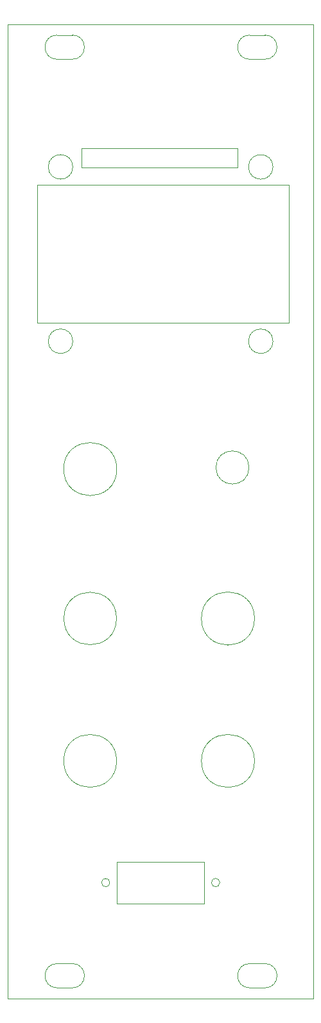
<source format=gm1>
G04 #@! TF.GenerationSoftware,KiCad,Pcbnew,(7.0.0)*
G04 #@! TF.CreationDate,2023-03-19T23:08:36+00:00*
G04 #@! TF.ProjectId,panel_microlidian,70616e65-6c5f-46d6-9963-726f6c696469,rev?*
G04 #@! TF.SameCoordinates,Original*
G04 #@! TF.FileFunction,Profile,NP*
%FSLAX46Y46*%
G04 Gerber Fmt 4.6, Leading zero omitted, Abs format (unit mm)*
G04 Created by KiCad (PCBNEW (7.0.0)) date 2023-03-19 23:08:36*
%MOMM*%
%LPD*%
G01*
G04 APERTURE LIST*
G04 #@! TA.AperFunction,Profile*
%ADD10C,0.050000*%
G04 #@! TD*
G04 APERTURE END LIST*
D10*
X126832000Y-35584000D02*
X167132000Y-35584000D01*
X167132000Y-35584000D02*
X167132000Y-164084000D01*
X167132000Y-164084000D02*
X126832000Y-164084000D01*
X126832000Y-164084000D02*
X126832000Y-35584000D01*
X158637581Y-94036880D02*
G75*
G03*
X158637581Y-94036880I-2184991J0D01*
G01*
X135332000Y-162684000D02*
G75*
G03*
X135332000Y-159484000I0J1600000D01*
G01*
X133332000Y-36984000D02*
G75*
G03*
X133332000Y-40184000I0J-1600000D01*
G01*
X158732000Y-40184000D02*
X160732000Y-40184000D01*
X160732000Y-40184000D02*
G75*
G03*
X160732000Y-36984000I0J1600000D01*
G01*
X141196590Y-94245880D02*
G75*
G03*
X141196590Y-94245880I-3500000J0D01*
G01*
X160732000Y-159484000D02*
X158732000Y-159484000D01*
X141232390Y-146049800D02*
X152732390Y-146049800D01*
X152732390Y-146049800D02*
X152732390Y-151549800D01*
X152732390Y-151549800D02*
X141232390Y-151549800D01*
X141232390Y-151549800D02*
X141232390Y-146049800D01*
X159364341Y-113959331D02*
G75*
G03*
X159364341Y-113959331I-3503451J0D01*
G01*
X160732000Y-36984000D02*
X158732000Y-36984000D01*
X126832000Y-35584000D02*
X126832000Y-164084000D01*
X160732000Y-162684000D02*
G75*
G03*
X160732000Y-159484000I0J1600000D01*
G01*
X135332000Y-36984000D02*
X133332000Y-36984000D01*
X141157315Y-113958844D02*
G75*
G03*
X141157315Y-113958844I-3466425J0D01*
G01*
X133332000Y-40184000D02*
X135332000Y-40184000D01*
X141178191Y-132745590D02*
G75*
G03*
X141178191Y-132745590I-3487301J0D01*
G01*
X167132000Y-164084000D02*
X167132000Y-35584000D01*
X133332000Y-159484000D02*
G75*
G03*
X133332000Y-162684000I0J-1600000D01*
G01*
X126832000Y-164084000D02*
X167132000Y-164084000D01*
X135397922Y-77380272D02*
G75*
G03*
X135397922Y-77380272I-1615216J0D01*
G01*
X158732000Y-162684000D02*
X160732000Y-162684000D01*
X167132000Y-35584000D02*
X126832000Y-35584000D01*
X135332000Y-40184000D02*
G75*
G03*
X135332000Y-36984000I0J1600000D01*
G01*
X133332000Y-162684000D02*
X135332000Y-162684000D01*
X158732000Y-36984000D02*
G75*
G03*
X158732000Y-40184000I0J-1600000D01*
G01*
X140282390Y-148799800D02*
G75*
G03*
X140282390Y-148799800I-550000J0D01*
G01*
X135397922Y-54380272D02*
G75*
G03*
X135397922Y-54380272I-1615216J0D01*
G01*
X154782390Y-148799800D02*
G75*
G03*
X154782390Y-148799800I-550000J0D01*
G01*
X130750490Y-56758272D02*
X163897490Y-56758272D01*
X163897490Y-56758272D02*
X163897490Y-74919272D01*
X163897490Y-74919272D02*
X130750490Y-74919272D01*
X130750490Y-74919272D02*
X130750490Y-56758272D01*
X159360890Y-132745600D02*
G75*
G03*
X159360890Y-132745600I-3500000J0D01*
G01*
X161797922Y-77380272D02*
G75*
G03*
X161797922Y-77380272I-1615216J0D01*
G01*
X158732000Y-159484000D02*
G75*
G03*
X158732000Y-162684000I0J-1600000D01*
G01*
X161796306Y-54381472D02*
G75*
G03*
X161796306Y-54381472I-1615216J0D01*
G01*
X136546890Y-51896272D02*
X157120890Y-51896272D01*
X157120890Y-51896272D02*
X157120890Y-54436272D01*
X157120890Y-54436272D02*
X136546890Y-54436272D01*
X136546890Y-54436272D02*
X136546890Y-51896272D01*
X135332000Y-159484000D02*
X133332000Y-159484000D01*
M02*

</source>
